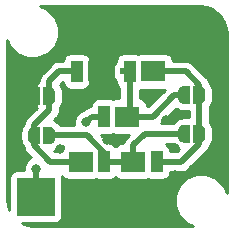
<source format=gbr>
G04 #@! TF.GenerationSoftware,KiCad,Pcbnew,(5.0.2)-1*
G04 #@! TF.CreationDate,2019-07-09T12:36:21+05:30*
G04 #@! TF.ProjectId,H-B-LED,482d422d-4c45-4442-9e6b-696361645f70,rev?*
G04 #@! TF.SameCoordinates,Original*
G04 #@! TF.FileFunction,Copper,L1,Top*
G04 #@! TF.FilePolarity,Positive*
%FSLAX46Y46*%
G04 Gerber Fmt 4.6, Leading zero omitted, Abs format (unit mm)*
G04 Created by KiCad (PCBNEW (5.0.2)-1) date 07/09/19 12:36:21*
%MOMM*%
%LPD*%
G01*
G04 APERTURE LIST*
G04 #@! TA.AperFunction,SMDPad,CuDef*
%ADD10R,3.200000X3.200000*%
G04 #@! TD*
G04 #@! TA.AperFunction,SMDPad,CuDef*
%ADD11C,0.500000*%
G04 #@! TD*
G04 #@! TA.AperFunction,Conductor*
%ADD12C,0.100000*%
G04 #@! TD*
G04 #@! TA.AperFunction,SMDPad,CuDef*
%ADD13R,2.060000X1.800000*%
G04 #@! TD*
G04 #@! TA.AperFunction,SMDPad,CuDef*
%ADD14C,0.990000*%
G04 #@! TD*
G04 #@! TA.AperFunction,SMDPad,CuDef*
%ADD15R,0.300000X0.500000*%
G04 #@! TD*
G04 #@! TA.AperFunction,ViaPad*
%ADD16C,0.800000*%
G04 #@! TD*
G04 #@! TA.AperFunction,Conductor*
%ADD17C,0.500000*%
G04 #@! TD*
G04 #@! TA.AperFunction,Conductor*
%ADD18C,0.250000*%
G04 #@! TD*
G04 #@! TA.AperFunction,Conductor*
%ADD19C,0.254000*%
G04 #@! TD*
G04 APERTURE END LIST*
D10*
G04 #@! TO.P,H3,1*
G04 #@! TO.N,/VCC*
X16150000Y-30820000D03*
G04 #@! TD*
D11*
G04 #@! TO.P,JP4,2*
G04 #@! TO.N,/C4A5*
X17290000Y-22300000D03*
D12*
G04 #@! TD*
G04 #@! TO.N,/C4A5*
G04 #@! TO.C,JP4*
G36*
X17290000Y-21550602D02*
X17314534Y-21550602D01*
X17363365Y-21555412D01*
X17411490Y-21564984D01*
X17458445Y-21579228D01*
X17503778Y-21598005D01*
X17547051Y-21621136D01*
X17587850Y-21648396D01*
X17625779Y-21679524D01*
X17660476Y-21714221D01*
X17691604Y-21752150D01*
X17718864Y-21792949D01*
X17741995Y-21836222D01*
X17760772Y-21881555D01*
X17775016Y-21928510D01*
X17784588Y-21976635D01*
X17789398Y-22025466D01*
X17789398Y-22050000D01*
X17790000Y-22050000D01*
X17790000Y-22550000D01*
X17789398Y-22550000D01*
X17789398Y-22574534D01*
X17784588Y-22623365D01*
X17775016Y-22671490D01*
X17760772Y-22718445D01*
X17741995Y-22763778D01*
X17718864Y-22807051D01*
X17691604Y-22847850D01*
X17660476Y-22885779D01*
X17625779Y-22920476D01*
X17587850Y-22951604D01*
X17547051Y-22978864D01*
X17503778Y-23001995D01*
X17458445Y-23020772D01*
X17411490Y-23035016D01*
X17363365Y-23044588D01*
X17314534Y-23049398D01*
X17290000Y-23049398D01*
X17290000Y-23050000D01*
X16790000Y-23050000D01*
X16790000Y-21550000D01*
X17290000Y-21550000D01*
X17290000Y-21550602D01*
X17290000Y-21550602D01*
G37*
D11*
G04 #@! TO.P,JP4,1*
G04 #@! TO.N,/GND*
X15990000Y-22300000D03*
D12*
G04 #@! TD*
G04 #@! TO.N,/GND*
G04 #@! TO.C,JP4*
G36*
X16490000Y-23050000D02*
X15990000Y-23050000D01*
X15990000Y-23049398D01*
X15965466Y-23049398D01*
X15916635Y-23044588D01*
X15868510Y-23035016D01*
X15821555Y-23020772D01*
X15776222Y-23001995D01*
X15732949Y-22978864D01*
X15692150Y-22951604D01*
X15654221Y-22920476D01*
X15619524Y-22885779D01*
X15588396Y-22847850D01*
X15561136Y-22807051D01*
X15538005Y-22763778D01*
X15519228Y-22718445D01*
X15504984Y-22671490D01*
X15495412Y-22623365D01*
X15490602Y-22574534D01*
X15490602Y-22550000D01*
X15490000Y-22550000D01*
X15490000Y-22050000D01*
X15490602Y-22050000D01*
X15490602Y-22025466D01*
X15495412Y-21976635D01*
X15504984Y-21928510D01*
X15519228Y-21881555D01*
X15538005Y-21836222D01*
X15561136Y-21792949D01*
X15588396Y-21752150D01*
X15619524Y-21714221D01*
X15654221Y-21679524D01*
X15692150Y-21648396D01*
X15732949Y-21621136D01*
X15776222Y-21598005D01*
X15821555Y-21579228D01*
X15868510Y-21564984D01*
X15916635Y-21555412D01*
X15965466Y-21550602D01*
X15990000Y-21550602D01*
X15990000Y-21550000D01*
X16490000Y-21550000D01*
X16490000Y-23050000D01*
X16490000Y-23050000D01*
G37*
D11*
G04 #@! TO.P,JP3,1*
G04 #@! TO.N,/C4A5*
X15990000Y-25630000D03*
D12*
G04 #@! TD*
G04 #@! TO.N,/C4A5*
G04 #@! TO.C,JP3*
G36*
X16490000Y-26380000D02*
X15990000Y-26380000D01*
X15990000Y-26379398D01*
X15965466Y-26379398D01*
X15916635Y-26374588D01*
X15868510Y-26365016D01*
X15821555Y-26350772D01*
X15776222Y-26331995D01*
X15732949Y-26308864D01*
X15692150Y-26281604D01*
X15654221Y-26250476D01*
X15619524Y-26215779D01*
X15588396Y-26177850D01*
X15561136Y-26137051D01*
X15538005Y-26093778D01*
X15519228Y-26048445D01*
X15504984Y-26001490D01*
X15495412Y-25953365D01*
X15490602Y-25904534D01*
X15490602Y-25880000D01*
X15490000Y-25880000D01*
X15490000Y-25380000D01*
X15490602Y-25380000D01*
X15490602Y-25355466D01*
X15495412Y-25306635D01*
X15504984Y-25258510D01*
X15519228Y-25211555D01*
X15538005Y-25166222D01*
X15561136Y-25122949D01*
X15588396Y-25082150D01*
X15619524Y-25044221D01*
X15654221Y-25009524D01*
X15692150Y-24978396D01*
X15732949Y-24951136D01*
X15776222Y-24928005D01*
X15821555Y-24909228D01*
X15868510Y-24894984D01*
X15916635Y-24885412D01*
X15965466Y-24880602D01*
X15990000Y-24880602D01*
X15990000Y-24880000D01*
X16490000Y-24880000D01*
X16490000Y-26380000D01*
X16490000Y-26380000D01*
G37*
D11*
G04 #@! TO.P,JP3,2*
G04 #@! TO.N,/C3A4*
X17290000Y-25630000D03*
D12*
G04 #@! TD*
G04 #@! TO.N,/C3A4*
G04 #@! TO.C,JP3*
G36*
X17290000Y-24880602D02*
X17314534Y-24880602D01*
X17363365Y-24885412D01*
X17411490Y-24894984D01*
X17458445Y-24909228D01*
X17503778Y-24928005D01*
X17547051Y-24951136D01*
X17587850Y-24978396D01*
X17625779Y-25009524D01*
X17660476Y-25044221D01*
X17691604Y-25082150D01*
X17718864Y-25122949D01*
X17741995Y-25166222D01*
X17760772Y-25211555D01*
X17775016Y-25258510D01*
X17784588Y-25306635D01*
X17789398Y-25355466D01*
X17789398Y-25380000D01*
X17790000Y-25380000D01*
X17790000Y-25880000D01*
X17789398Y-25880000D01*
X17789398Y-25904534D01*
X17784588Y-25953365D01*
X17775016Y-26001490D01*
X17760772Y-26048445D01*
X17741995Y-26093778D01*
X17718864Y-26137051D01*
X17691604Y-26177850D01*
X17660476Y-26215779D01*
X17625779Y-26250476D01*
X17587850Y-26281604D01*
X17547051Y-26308864D01*
X17503778Y-26331995D01*
X17458445Y-26350772D01*
X17411490Y-26365016D01*
X17363365Y-26374588D01*
X17314534Y-26379398D01*
X17290000Y-26379398D01*
X17290000Y-26380000D01*
X16790000Y-26380000D01*
X16790000Y-24880000D01*
X17290000Y-24880000D01*
X17290000Y-24880602D01*
X17290000Y-24880602D01*
G37*
D11*
G04 #@! TO.P,JP2,2*
G04 #@! TO.N,/C2A3*
X29990000Y-25480000D03*
D12*
G04 #@! TD*
G04 #@! TO.N,/C2A3*
G04 #@! TO.C,JP2*
G36*
X29990000Y-24730602D02*
X30014534Y-24730602D01*
X30063365Y-24735412D01*
X30111490Y-24744984D01*
X30158445Y-24759228D01*
X30203778Y-24778005D01*
X30247051Y-24801136D01*
X30287850Y-24828396D01*
X30325779Y-24859524D01*
X30360476Y-24894221D01*
X30391604Y-24932150D01*
X30418864Y-24972949D01*
X30441995Y-25016222D01*
X30460772Y-25061555D01*
X30475016Y-25108510D01*
X30484588Y-25156635D01*
X30489398Y-25205466D01*
X30489398Y-25230000D01*
X30490000Y-25230000D01*
X30490000Y-25730000D01*
X30489398Y-25730000D01*
X30489398Y-25754534D01*
X30484588Y-25803365D01*
X30475016Y-25851490D01*
X30460772Y-25898445D01*
X30441995Y-25943778D01*
X30418864Y-25987051D01*
X30391604Y-26027850D01*
X30360476Y-26065779D01*
X30325779Y-26100476D01*
X30287850Y-26131604D01*
X30247051Y-26158864D01*
X30203778Y-26181995D01*
X30158445Y-26200772D01*
X30111490Y-26215016D01*
X30063365Y-26224588D01*
X30014534Y-26229398D01*
X29990000Y-26229398D01*
X29990000Y-26230000D01*
X29490000Y-26230000D01*
X29490000Y-24730000D01*
X29990000Y-24730000D01*
X29990000Y-24730602D01*
X29990000Y-24730602D01*
G37*
D11*
G04 #@! TO.P,JP2,1*
G04 #@! TO.N,/C3A4*
X28690000Y-25480000D03*
D12*
G04 #@! TD*
G04 #@! TO.N,/C3A4*
G04 #@! TO.C,JP2*
G36*
X29190000Y-26230000D02*
X28690000Y-26230000D01*
X28690000Y-26229398D01*
X28665466Y-26229398D01*
X28616635Y-26224588D01*
X28568510Y-26215016D01*
X28521555Y-26200772D01*
X28476222Y-26181995D01*
X28432949Y-26158864D01*
X28392150Y-26131604D01*
X28354221Y-26100476D01*
X28319524Y-26065779D01*
X28288396Y-26027850D01*
X28261136Y-25987051D01*
X28238005Y-25943778D01*
X28219228Y-25898445D01*
X28204984Y-25851490D01*
X28195412Y-25803365D01*
X28190602Y-25754534D01*
X28190602Y-25730000D01*
X28190000Y-25730000D01*
X28190000Y-25230000D01*
X28190602Y-25230000D01*
X28190602Y-25205466D01*
X28195412Y-25156635D01*
X28204984Y-25108510D01*
X28219228Y-25061555D01*
X28238005Y-25016222D01*
X28261136Y-24972949D01*
X28288396Y-24932150D01*
X28319524Y-24894221D01*
X28354221Y-24859524D01*
X28392150Y-24828396D01*
X28432949Y-24801136D01*
X28476222Y-24778005D01*
X28521555Y-24759228D01*
X28568510Y-24744984D01*
X28616635Y-24735412D01*
X28665466Y-24730602D01*
X28690000Y-24730602D01*
X28690000Y-24730000D01*
X29190000Y-24730000D01*
X29190000Y-26230000D01*
X29190000Y-26230000D01*
G37*
D11*
G04 #@! TO.P,JP1,1*
G04 #@! TO.N,/C2A3*
X29990000Y-22200000D03*
D12*
G04 #@! TD*
G04 #@! TO.N,/C2A3*
G04 #@! TO.C,JP1*
G36*
X29490000Y-21450000D02*
X29990000Y-21450000D01*
X29990000Y-21450602D01*
X30014534Y-21450602D01*
X30063365Y-21455412D01*
X30111490Y-21464984D01*
X30158445Y-21479228D01*
X30203778Y-21498005D01*
X30247051Y-21521136D01*
X30287850Y-21548396D01*
X30325779Y-21579524D01*
X30360476Y-21614221D01*
X30391604Y-21652150D01*
X30418864Y-21692949D01*
X30441995Y-21736222D01*
X30460772Y-21781555D01*
X30475016Y-21828510D01*
X30484588Y-21876635D01*
X30489398Y-21925466D01*
X30489398Y-21950000D01*
X30490000Y-21950000D01*
X30490000Y-22450000D01*
X30489398Y-22450000D01*
X30489398Y-22474534D01*
X30484588Y-22523365D01*
X30475016Y-22571490D01*
X30460772Y-22618445D01*
X30441995Y-22663778D01*
X30418864Y-22707051D01*
X30391604Y-22747850D01*
X30360476Y-22785779D01*
X30325779Y-22820476D01*
X30287850Y-22851604D01*
X30247051Y-22878864D01*
X30203778Y-22901995D01*
X30158445Y-22920772D01*
X30111490Y-22935016D01*
X30063365Y-22944588D01*
X30014534Y-22949398D01*
X29990000Y-22949398D01*
X29990000Y-22950000D01*
X29490000Y-22950000D01*
X29490000Y-21450000D01*
X29490000Y-21450000D01*
G37*
D11*
G04 #@! TO.P,JP1,2*
G04 #@! TO.N,/C1A2*
X28690000Y-22200000D03*
D12*
G04 #@! TD*
G04 #@! TO.N,/C1A2*
G04 #@! TO.C,JP1*
G36*
X28690000Y-22949398D02*
X28665466Y-22949398D01*
X28616635Y-22944588D01*
X28568510Y-22935016D01*
X28521555Y-22920772D01*
X28476222Y-22901995D01*
X28432949Y-22878864D01*
X28392150Y-22851604D01*
X28354221Y-22820476D01*
X28319524Y-22785779D01*
X28288396Y-22747850D01*
X28261136Y-22707051D01*
X28238005Y-22663778D01*
X28219228Y-22618445D01*
X28204984Y-22571490D01*
X28195412Y-22523365D01*
X28190602Y-22474534D01*
X28190602Y-22450000D01*
X28190000Y-22450000D01*
X28190000Y-21950000D01*
X28190602Y-21950000D01*
X28190602Y-21925466D01*
X28195412Y-21876635D01*
X28204984Y-21828510D01*
X28219228Y-21781555D01*
X28238005Y-21736222D01*
X28261136Y-21692949D01*
X28288396Y-21652150D01*
X28319524Y-21614221D01*
X28354221Y-21579524D01*
X28392150Y-21548396D01*
X28432949Y-21521136D01*
X28476222Y-21498005D01*
X28521555Y-21479228D01*
X28568510Y-21464984D01*
X28616635Y-21455412D01*
X28665466Y-21450602D01*
X28690000Y-21450602D01*
X28690000Y-21450000D01*
X29190000Y-21450000D01*
X29190000Y-22950000D01*
X28690000Y-22950000D01*
X28690000Y-22949398D01*
X28690000Y-22949398D01*
G37*
D13*
G04 #@! TO.P,D5,1*
G04 #@! TO.N,/GND*
X21580000Y-20200000D03*
D14*
G04 #@! TO.P,D5,2*
G04 #@! TO.N,/C4A5*
X19605000Y-20200000D03*
D12*
G04 #@! TD*
G04 #@! TO.N,/C4A5*
G04 #@! TO.C,D5*
G36*
X19110000Y-19300000D02*
X20100000Y-19300000D01*
X20100000Y-21100000D01*
X19110000Y-21100000D01*
X19110000Y-19300000D01*
X19110000Y-19300000D01*
G37*
D15*
G04 #@! TO.P,D5,2*
G04 #@! TO.N,/C4A5*
X18960000Y-20200000D03*
G04 #@! TD*
G04 #@! TO.P,D4,2*
G04 #@! TO.N,/C3A4*
X22570000Y-27850000D03*
D14*
X21925000Y-27850000D03*
D12*
G04 #@! TD*
G04 #@! TO.N,/C3A4*
G04 #@! TO.C,D4*
G36*
X22420000Y-28750000D02*
X21430000Y-28750000D01*
X21430000Y-26950000D01*
X22420000Y-26950000D01*
X22420000Y-28750000D01*
X22420000Y-28750000D01*
G37*
D13*
G04 #@! TO.P,D4,1*
G04 #@! TO.N,/C4A5*
X19950000Y-27850000D03*
G04 #@! TD*
G04 #@! TO.P,D3,1*
G04 #@! TO.N,/C3A4*
X24400000Y-27850000D03*
D14*
G04 #@! TO.P,D3,2*
G04 #@! TO.N,/C2A3*
X26375000Y-27850000D03*
D12*
G04 #@! TD*
G04 #@! TO.N,/C2A3*
G04 #@! TO.C,D3*
G36*
X26870000Y-28750000D02*
X25880000Y-28750000D01*
X25880000Y-26950000D01*
X26870000Y-26950000D01*
X26870000Y-28750000D01*
X26870000Y-28750000D01*
G37*
D15*
G04 #@! TO.P,D3,2*
G04 #@! TO.N,/C2A3*
X27020000Y-27850000D03*
G04 #@! TD*
G04 #@! TO.P,D2,2*
G04 #@! TO.N,/C1A2*
X23450000Y-20210000D03*
D14*
X24095000Y-20210000D03*
D12*
G04 #@! TD*
G04 #@! TO.N,/C1A2*
G04 #@! TO.C,D2*
G36*
X23600000Y-19310000D02*
X24590000Y-19310000D01*
X24590000Y-21110000D01*
X23600000Y-21110000D01*
X23600000Y-19310000D01*
X23600000Y-19310000D01*
G37*
D13*
G04 #@! TO.P,D2,1*
G04 #@! TO.N,/C2A3*
X26070000Y-20210000D03*
G04 #@! TD*
G04 #@! TO.P,D1,1*
G04 #@! TO.N,/C1A2*
X23900000Y-24030000D03*
D14*
G04 #@! TO.P,D1,2*
G04 #@! TO.N,/VCC*
X21925000Y-24030000D03*
D12*
G04 #@! TD*
G04 #@! TO.N,/VCC*
G04 #@! TO.C,D1*
G36*
X21430000Y-23130000D02*
X22420000Y-23130000D01*
X22420000Y-24930000D01*
X21430000Y-24930000D01*
X21430000Y-23130000D01*
X21430000Y-23130000D01*
G37*
D15*
G04 #@! TO.P,D1,2*
G04 #@! TO.N,/VCC*
X21280000Y-24030000D03*
G04 #@! TD*
D10*
G04 #@! TO.P,H3,1*
G04 #@! TO.N,/GND*
X29590000Y-17220000D03*
G04 #@! TD*
D16*
G04 #@! TO.N,/VCC*
X16150000Y-28430000D03*
X20400000Y-24500000D03*
G04 #@! TO.N,/GND*
X19200000Y-30000000D03*
X20700000Y-30000000D03*
X22300000Y-30000000D03*
X23400000Y-30000000D03*
X25200000Y-30000000D03*
X27000000Y-30000000D03*
X27900000Y-29000000D03*
X27900000Y-26700000D03*
X19100000Y-18000000D03*
X23500000Y-18000000D03*
X22400000Y-18000000D03*
X20710000Y-18000000D03*
X19230000Y-22320000D03*
X20470000Y-23020000D03*
X26900000Y-18000000D03*
X25240000Y-17990000D03*
X28000000Y-19000000D03*
X25680000Y-22380000D03*
X22790000Y-22100000D03*
X18100000Y-19000000D03*
X23400000Y-26000000D03*
X21310000Y-22100000D03*
X22200000Y-26000000D03*
X27200000Y-24300000D03*
X18170000Y-26810000D03*
G04 #@! TD*
D17*
G04 #@! TO.N,/C1A2*
X24095000Y-23835000D02*
X23900000Y-24030000D01*
X24095000Y-20210000D02*
X24095000Y-23835000D01*
X28690000Y-22200000D02*
X27880000Y-22200000D01*
X26050000Y-24030000D02*
X23900000Y-24030000D01*
X27880000Y-22200000D02*
X26050000Y-24030000D01*
D18*
X24095000Y-20210000D02*
X23450000Y-20210000D01*
D17*
G04 #@! TO.N,/C2A3*
X29990000Y-21352408D02*
X29990000Y-22200000D01*
X28847592Y-20210000D02*
X29990000Y-21352408D01*
X26070000Y-20210000D02*
X28847592Y-20210000D01*
X29990000Y-22200000D02*
X29990000Y-25480000D01*
X29990000Y-26327592D02*
X29990000Y-25480000D01*
X28467592Y-27850000D02*
X29990000Y-26327592D01*
X26375000Y-27850000D02*
X28467592Y-27850000D01*
G04 #@! TO.N,/C3A4*
X24400000Y-27850000D02*
X21925000Y-27850000D01*
X17890000Y-25630000D02*
X17290000Y-25630000D01*
X20470002Y-25630000D02*
X17890000Y-25630000D01*
X21925000Y-27084998D02*
X20470002Y-25630000D01*
X21925000Y-27850000D02*
X21925000Y-27084998D01*
X24400000Y-26450000D02*
X24400000Y-27850000D01*
X25370000Y-25480000D02*
X24400000Y-26450000D01*
X28690000Y-25480000D02*
X25370000Y-25480000D01*
G04 #@! TO.N,/C4A5*
X15990000Y-26477592D02*
X15990000Y-25630000D01*
X17362408Y-27850000D02*
X15990000Y-26477592D01*
X19950000Y-27850000D02*
X17362408Y-27850000D01*
X17290000Y-23482408D02*
X17290000Y-22300000D01*
X15990000Y-25630000D02*
X15990000Y-24782408D01*
X15990000Y-24782408D02*
X17290000Y-23482408D01*
X19605000Y-20200000D02*
X18090000Y-20200000D01*
X17290000Y-21000000D02*
X17290000Y-22300000D01*
X18090000Y-20200000D02*
X17290000Y-21000000D01*
G04 #@! TO.N,/VCC*
X20870000Y-24030000D02*
X21925000Y-24030000D01*
X20400000Y-24500000D02*
X20870000Y-24030000D01*
X16150000Y-28430000D02*
X16150000Y-30820000D01*
G04 #@! TO.N,/GND*
X27490000Y-17220000D02*
X29590000Y-17220000D01*
X15990000Y-22300000D02*
X15990000Y-19734002D01*
G04 #@! TD*
D19*
G04 #@! TO.N,/GND*
G36*
X30602701Y-14773418D02*
X31078440Y-14946103D01*
X31501689Y-15223597D01*
X31849751Y-15591021D01*
X32103952Y-16028659D01*
X32253472Y-16522337D01*
X32290001Y-16931630D01*
X32290000Y-30476081D01*
X32044741Y-29883974D01*
X31416026Y-29255259D01*
X30594569Y-28915000D01*
X29705431Y-28915000D01*
X28883974Y-29255259D01*
X28255259Y-29883974D01*
X27915000Y-30705431D01*
X27915000Y-31594569D01*
X28255259Y-32416026D01*
X28883974Y-33044741D01*
X29476081Y-33290000D01*
X15941248Y-33290000D01*
X15397297Y-33226582D01*
X14958870Y-33067440D01*
X17750000Y-33067440D01*
X17997765Y-33018157D01*
X18207809Y-32877809D01*
X18348157Y-32667765D01*
X18397440Y-32420000D01*
X18397440Y-29220000D01*
X18366541Y-29064660D01*
X18462191Y-29207809D01*
X18672235Y-29348157D01*
X18920000Y-29397440D01*
X20980000Y-29397440D01*
X21205000Y-29352685D01*
X21430000Y-29397440D01*
X22420000Y-29397440D01*
X22667765Y-29348157D01*
X22877809Y-29207809D01*
X22895000Y-29182081D01*
X22912191Y-29207809D01*
X23122235Y-29348157D01*
X23370000Y-29397440D01*
X25430000Y-29397440D01*
X25655000Y-29352685D01*
X25880000Y-29397440D01*
X26870000Y-29397440D01*
X27117765Y-29348157D01*
X27327809Y-29207809D01*
X27468157Y-28997765D01*
X27517440Y-28750000D01*
X27517440Y-28735000D01*
X28380431Y-28735000D01*
X28467592Y-28752337D01*
X28554753Y-28735000D01*
X28554757Y-28735000D01*
X28812902Y-28683652D01*
X29105641Y-28488049D01*
X29155017Y-28414153D01*
X30554156Y-27015015D01*
X30628049Y-26965641D01*
X30686984Y-26877440D01*
X30723425Y-26822901D01*
X30823652Y-26672902D01*
X30864321Y-26468442D01*
X30914831Y-26406896D01*
X30969287Y-26325397D01*
X31029119Y-26213460D01*
X31066628Y-26122904D01*
X31103470Y-26001451D01*
X31122592Y-25905318D01*
X31135032Y-25779009D01*
X31135032Y-25742106D01*
X31137440Y-25730000D01*
X31137440Y-25230000D01*
X31135032Y-25217894D01*
X31135032Y-25180991D01*
X31122592Y-25054682D01*
X31103470Y-24958549D01*
X31066628Y-24837096D01*
X31029119Y-24746540D01*
X30969287Y-24634603D01*
X30914831Y-24553104D01*
X30875000Y-24504570D01*
X30875000Y-23175430D01*
X30914831Y-23126896D01*
X30969287Y-23045397D01*
X31029119Y-22933460D01*
X31066628Y-22842904D01*
X31103470Y-22721451D01*
X31122592Y-22625318D01*
X31135032Y-22499009D01*
X31135032Y-22462106D01*
X31137440Y-22450000D01*
X31137440Y-21950000D01*
X31135032Y-21937894D01*
X31135032Y-21900991D01*
X31122592Y-21774682D01*
X31103470Y-21678549D01*
X31066628Y-21557096D01*
X31029119Y-21466540D01*
X30969287Y-21354603D01*
X30914831Y-21273104D01*
X30864321Y-21211558D01*
X30823652Y-21007098D01*
X30734299Y-20873372D01*
X30677424Y-20788253D01*
X30677423Y-20788252D01*
X30628049Y-20714359D01*
X30554156Y-20664985D01*
X29535017Y-19645847D01*
X29485641Y-19571951D01*
X29192902Y-19376348D01*
X28934757Y-19325000D01*
X28934753Y-19325000D01*
X28847592Y-19307663D01*
X28760431Y-19325000D01*
X27747440Y-19325000D01*
X27747440Y-19310000D01*
X27698157Y-19062235D01*
X27557809Y-18852191D01*
X27347765Y-18711843D01*
X27100000Y-18662560D01*
X25040000Y-18662560D01*
X24815000Y-18707315D01*
X24590000Y-18662560D01*
X23600000Y-18662560D01*
X23352235Y-18711843D01*
X23142191Y-18852191D01*
X23001843Y-19062235D01*
X22952560Y-19310000D01*
X22952560Y-19428444D01*
X22842191Y-19502191D01*
X22701843Y-19712235D01*
X22652560Y-19960000D01*
X22652560Y-20460000D01*
X22701843Y-20707765D01*
X22842191Y-20917809D01*
X22952560Y-20991556D01*
X22952560Y-21110000D01*
X23001843Y-21357765D01*
X23142191Y-21567809D01*
X23210000Y-21613118D01*
X23210001Y-22482560D01*
X22870000Y-22482560D01*
X22645000Y-22527315D01*
X22420000Y-22482560D01*
X21430000Y-22482560D01*
X21182235Y-22531843D01*
X20972191Y-22672191D01*
X20831843Y-22882235D01*
X20782560Y-23130000D01*
X20782560Y-23145055D01*
X20524690Y-23196348D01*
X20231951Y-23391951D01*
X20182576Y-23465846D01*
X20175853Y-23472569D01*
X19813720Y-23622569D01*
X19522569Y-23913720D01*
X19365000Y-24294126D01*
X19365000Y-24705874D01*
X19381206Y-24745000D01*
X18242825Y-24745000D01*
X18214831Y-24703104D01*
X18134314Y-24604994D01*
X18065006Y-24535686D01*
X17966896Y-24455169D01*
X17885397Y-24400713D01*
X17773460Y-24340881D01*
X17709570Y-24314417D01*
X17854156Y-24169831D01*
X17928049Y-24120457D01*
X18123652Y-23827718D01*
X18175000Y-23569573D01*
X18175000Y-23569569D01*
X18192337Y-23482408D01*
X18175000Y-23395247D01*
X18175000Y-23275430D01*
X18214831Y-23226896D01*
X18269287Y-23145397D01*
X18329119Y-23033460D01*
X18366628Y-22942904D01*
X18403470Y-22821451D01*
X18422592Y-22725318D01*
X18435032Y-22599009D01*
X18435032Y-22562106D01*
X18437440Y-22550000D01*
X18437440Y-22050000D01*
X18435032Y-22037894D01*
X18435032Y-22000991D01*
X18422592Y-21874682D01*
X18403470Y-21778549D01*
X18366628Y-21657096D01*
X18329119Y-21566540D01*
X18269287Y-21454603D01*
X18214831Y-21373104D01*
X18193936Y-21347643D01*
X18456579Y-21085000D01*
X18462560Y-21085000D01*
X18462560Y-21100000D01*
X18511843Y-21347765D01*
X18652191Y-21557809D01*
X18862235Y-21698157D01*
X19110000Y-21747440D01*
X20100000Y-21747440D01*
X20347765Y-21698157D01*
X20557809Y-21557809D01*
X20698157Y-21347765D01*
X20747440Y-21100000D01*
X20747440Y-19300000D01*
X20698157Y-19052235D01*
X20557809Y-18842191D01*
X20347765Y-18701843D01*
X20100000Y-18652560D01*
X19110000Y-18652560D01*
X18862235Y-18701843D01*
X18652191Y-18842191D01*
X18511843Y-19052235D01*
X18462560Y-19300000D01*
X18462560Y-19315000D01*
X18177161Y-19315000D01*
X18090000Y-19297663D01*
X18002839Y-19315000D01*
X18002835Y-19315000D01*
X17744690Y-19366348D01*
X17525845Y-19512576D01*
X17525844Y-19512577D01*
X17451951Y-19561951D01*
X17402577Y-19635844D01*
X16725847Y-20312575D01*
X16651951Y-20361951D01*
X16456348Y-20654691D01*
X16405000Y-20912836D01*
X16405000Y-20912839D01*
X16387663Y-21000000D01*
X16397342Y-21048658D01*
X16332191Y-21092191D01*
X16191843Y-21302235D01*
X16142560Y-21550000D01*
X16142560Y-23050000D01*
X16191843Y-23297765D01*
X16204349Y-23316481D01*
X15425845Y-24094985D01*
X15351952Y-24144359D01*
X15302578Y-24218252D01*
X15302576Y-24218254D01*
X15156348Y-24437099D01*
X15138314Y-24527765D01*
X15115679Y-24641558D01*
X15065169Y-24703104D01*
X15010713Y-24784603D01*
X14950881Y-24896540D01*
X14913372Y-24987096D01*
X14876530Y-25108549D01*
X14857408Y-25204682D01*
X14844968Y-25330991D01*
X14844968Y-25367894D01*
X14842560Y-25380000D01*
X14842560Y-25880000D01*
X14844968Y-25892106D01*
X14844968Y-25929009D01*
X14857408Y-26055318D01*
X14876530Y-26151451D01*
X14913372Y-26272904D01*
X14950881Y-26363460D01*
X15010713Y-26475397D01*
X15065169Y-26556896D01*
X15115679Y-26618442D01*
X15156348Y-26822901D01*
X15351951Y-27115641D01*
X15425847Y-27165017D01*
X15740270Y-27479440D01*
X15563720Y-27552569D01*
X15272569Y-27843720D01*
X15115000Y-28224126D01*
X15115000Y-28572560D01*
X14550000Y-28572560D01*
X14302235Y-28621843D01*
X14092191Y-28762191D01*
X13951843Y-28972235D01*
X13902560Y-29220000D01*
X13902560Y-31982552D01*
X13896049Y-31971343D01*
X13746528Y-31477663D01*
X13710000Y-31068381D01*
X13710000Y-17548061D01*
X13945259Y-18116026D01*
X14573974Y-18744741D01*
X15395431Y-19085000D01*
X16284569Y-19085000D01*
X17106026Y-18744741D01*
X17734741Y-18116026D01*
X18075000Y-17294569D01*
X18075000Y-16405431D01*
X17734741Y-15583974D01*
X17106026Y-14955259D01*
X16513919Y-14710000D01*
X30058752Y-14710000D01*
X30602701Y-14773418D01*
X30602701Y-14773418D01*
G37*
X30602701Y-14773418D02*
X31078440Y-14946103D01*
X31501689Y-15223597D01*
X31849751Y-15591021D01*
X32103952Y-16028659D01*
X32253472Y-16522337D01*
X32290001Y-16931630D01*
X32290000Y-30476081D01*
X32044741Y-29883974D01*
X31416026Y-29255259D01*
X30594569Y-28915000D01*
X29705431Y-28915000D01*
X28883974Y-29255259D01*
X28255259Y-29883974D01*
X27915000Y-30705431D01*
X27915000Y-31594569D01*
X28255259Y-32416026D01*
X28883974Y-33044741D01*
X29476081Y-33290000D01*
X15941248Y-33290000D01*
X15397297Y-33226582D01*
X14958870Y-33067440D01*
X17750000Y-33067440D01*
X17997765Y-33018157D01*
X18207809Y-32877809D01*
X18348157Y-32667765D01*
X18397440Y-32420000D01*
X18397440Y-29220000D01*
X18366541Y-29064660D01*
X18462191Y-29207809D01*
X18672235Y-29348157D01*
X18920000Y-29397440D01*
X20980000Y-29397440D01*
X21205000Y-29352685D01*
X21430000Y-29397440D01*
X22420000Y-29397440D01*
X22667765Y-29348157D01*
X22877809Y-29207809D01*
X22895000Y-29182081D01*
X22912191Y-29207809D01*
X23122235Y-29348157D01*
X23370000Y-29397440D01*
X25430000Y-29397440D01*
X25655000Y-29352685D01*
X25880000Y-29397440D01*
X26870000Y-29397440D01*
X27117765Y-29348157D01*
X27327809Y-29207809D01*
X27468157Y-28997765D01*
X27517440Y-28750000D01*
X27517440Y-28735000D01*
X28380431Y-28735000D01*
X28467592Y-28752337D01*
X28554753Y-28735000D01*
X28554757Y-28735000D01*
X28812902Y-28683652D01*
X29105641Y-28488049D01*
X29155017Y-28414153D01*
X30554156Y-27015015D01*
X30628049Y-26965641D01*
X30686984Y-26877440D01*
X30723425Y-26822901D01*
X30823652Y-26672902D01*
X30864321Y-26468442D01*
X30914831Y-26406896D01*
X30969287Y-26325397D01*
X31029119Y-26213460D01*
X31066628Y-26122904D01*
X31103470Y-26001451D01*
X31122592Y-25905318D01*
X31135032Y-25779009D01*
X31135032Y-25742106D01*
X31137440Y-25730000D01*
X31137440Y-25230000D01*
X31135032Y-25217894D01*
X31135032Y-25180991D01*
X31122592Y-25054682D01*
X31103470Y-24958549D01*
X31066628Y-24837096D01*
X31029119Y-24746540D01*
X30969287Y-24634603D01*
X30914831Y-24553104D01*
X30875000Y-24504570D01*
X30875000Y-23175430D01*
X30914831Y-23126896D01*
X30969287Y-23045397D01*
X31029119Y-22933460D01*
X31066628Y-22842904D01*
X31103470Y-22721451D01*
X31122592Y-22625318D01*
X31135032Y-22499009D01*
X31135032Y-22462106D01*
X31137440Y-22450000D01*
X31137440Y-21950000D01*
X31135032Y-21937894D01*
X31135032Y-21900991D01*
X31122592Y-21774682D01*
X31103470Y-21678549D01*
X31066628Y-21557096D01*
X31029119Y-21466540D01*
X30969287Y-21354603D01*
X30914831Y-21273104D01*
X30864321Y-21211558D01*
X30823652Y-21007098D01*
X30734299Y-20873372D01*
X30677424Y-20788253D01*
X30677423Y-20788252D01*
X30628049Y-20714359D01*
X30554156Y-20664985D01*
X29535017Y-19645847D01*
X29485641Y-19571951D01*
X29192902Y-19376348D01*
X28934757Y-19325000D01*
X28934753Y-19325000D01*
X28847592Y-19307663D01*
X28760431Y-19325000D01*
X27747440Y-19325000D01*
X27747440Y-19310000D01*
X27698157Y-19062235D01*
X27557809Y-18852191D01*
X27347765Y-18711843D01*
X27100000Y-18662560D01*
X25040000Y-18662560D01*
X24815000Y-18707315D01*
X24590000Y-18662560D01*
X23600000Y-18662560D01*
X23352235Y-18711843D01*
X23142191Y-18852191D01*
X23001843Y-19062235D01*
X22952560Y-19310000D01*
X22952560Y-19428444D01*
X22842191Y-19502191D01*
X22701843Y-19712235D01*
X22652560Y-19960000D01*
X22652560Y-20460000D01*
X22701843Y-20707765D01*
X22842191Y-20917809D01*
X22952560Y-20991556D01*
X22952560Y-21110000D01*
X23001843Y-21357765D01*
X23142191Y-21567809D01*
X23210000Y-21613118D01*
X23210001Y-22482560D01*
X22870000Y-22482560D01*
X22645000Y-22527315D01*
X22420000Y-22482560D01*
X21430000Y-22482560D01*
X21182235Y-22531843D01*
X20972191Y-22672191D01*
X20831843Y-22882235D01*
X20782560Y-23130000D01*
X20782560Y-23145055D01*
X20524690Y-23196348D01*
X20231951Y-23391951D01*
X20182576Y-23465846D01*
X20175853Y-23472569D01*
X19813720Y-23622569D01*
X19522569Y-23913720D01*
X19365000Y-24294126D01*
X19365000Y-24705874D01*
X19381206Y-24745000D01*
X18242825Y-24745000D01*
X18214831Y-24703104D01*
X18134314Y-24604994D01*
X18065006Y-24535686D01*
X17966896Y-24455169D01*
X17885397Y-24400713D01*
X17773460Y-24340881D01*
X17709570Y-24314417D01*
X17854156Y-24169831D01*
X17928049Y-24120457D01*
X18123652Y-23827718D01*
X18175000Y-23569573D01*
X18175000Y-23569569D01*
X18192337Y-23482408D01*
X18175000Y-23395247D01*
X18175000Y-23275430D01*
X18214831Y-23226896D01*
X18269287Y-23145397D01*
X18329119Y-23033460D01*
X18366628Y-22942904D01*
X18403470Y-22821451D01*
X18422592Y-22725318D01*
X18435032Y-22599009D01*
X18435032Y-22562106D01*
X18437440Y-22550000D01*
X18437440Y-22050000D01*
X18435032Y-22037894D01*
X18435032Y-22000991D01*
X18422592Y-21874682D01*
X18403470Y-21778549D01*
X18366628Y-21657096D01*
X18329119Y-21566540D01*
X18269287Y-21454603D01*
X18214831Y-21373104D01*
X18193936Y-21347643D01*
X18456579Y-21085000D01*
X18462560Y-21085000D01*
X18462560Y-21100000D01*
X18511843Y-21347765D01*
X18652191Y-21557809D01*
X18862235Y-21698157D01*
X19110000Y-21747440D01*
X20100000Y-21747440D01*
X20347765Y-21698157D01*
X20557809Y-21557809D01*
X20698157Y-21347765D01*
X20747440Y-21100000D01*
X20747440Y-19300000D01*
X20698157Y-19052235D01*
X20557809Y-18842191D01*
X20347765Y-18701843D01*
X20100000Y-18652560D01*
X19110000Y-18652560D01*
X18862235Y-18701843D01*
X18652191Y-18842191D01*
X18511843Y-19052235D01*
X18462560Y-19300000D01*
X18462560Y-19315000D01*
X18177161Y-19315000D01*
X18090000Y-19297663D01*
X18002839Y-19315000D01*
X18002835Y-19315000D01*
X17744690Y-19366348D01*
X17525845Y-19512576D01*
X17525844Y-19512577D01*
X17451951Y-19561951D01*
X17402577Y-19635844D01*
X16725847Y-20312575D01*
X16651951Y-20361951D01*
X16456348Y-20654691D01*
X16405000Y-20912836D01*
X16405000Y-20912839D01*
X16387663Y-21000000D01*
X16397342Y-21048658D01*
X16332191Y-21092191D01*
X16191843Y-21302235D01*
X16142560Y-21550000D01*
X16142560Y-23050000D01*
X16191843Y-23297765D01*
X16204349Y-23316481D01*
X15425845Y-24094985D01*
X15351952Y-24144359D01*
X15302578Y-24218252D01*
X15302576Y-24218254D01*
X15156348Y-24437099D01*
X15138314Y-24527765D01*
X15115679Y-24641558D01*
X15065169Y-24703104D01*
X15010713Y-24784603D01*
X14950881Y-24896540D01*
X14913372Y-24987096D01*
X14876530Y-25108549D01*
X14857408Y-25204682D01*
X14844968Y-25330991D01*
X14844968Y-25367894D01*
X14842560Y-25380000D01*
X14842560Y-25880000D01*
X14844968Y-25892106D01*
X14844968Y-25929009D01*
X14857408Y-26055318D01*
X14876530Y-26151451D01*
X14913372Y-26272904D01*
X14950881Y-26363460D01*
X15010713Y-26475397D01*
X15065169Y-26556896D01*
X15115679Y-26618442D01*
X15156348Y-26822901D01*
X15351951Y-27115641D01*
X15425847Y-27165017D01*
X15740270Y-27479440D01*
X15563720Y-27552569D01*
X15272569Y-27843720D01*
X15115000Y-28224126D01*
X15115000Y-28572560D01*
X14550000Y-28572560D01*
X14302235Y-28621843D01*
X14092191Y-28762191D01*
X13951843Y-28972235D01*
X13902560Y-29220000D01*
X13902560Y-31982552D01*
X13896049Y-31971343D01*
X13746528Y-31477663D01*
X13710000Y-31068381D01*
X13710000Y-17548061D01*
X13945259Y-18116026D01*
X14573974Y-18744741D01*
X15395431Y-19085000D01*
X16284569Y-19085000D01*
X17106026Y-18744741D01*
X17734741Y-18116026D01*
X18075000Y-17294569D01*
X18075000Y-16405431D01*
X17734741Y-15583974D01*
X17106026Y-14955259D01*
X16513919Y-14710000D01*
X30058752Y-14710000D01*
X30602701Y-14773418D01*
G36*
X27765169Y-26406896D02*
X27845686Y-26505006D01*
X27914994Y-26574314D01*
X28013104Y-26654831D01*
X28094603Y-26709287D01*
X28206540Y-26769119D01*
X28270431Y-26795583D01*
X28101014Y-26965000D01*
X27517440Y-26965000D01*
X27517440Y-26950000D01*
X27468157Y-26702235D01*
X27327809Y-26492191D01*
X27137456Y-26365000D01*
X27737175Y-26365000D01*
X27765169Y-26406896D01*
X27765169Y-26406896D01*
G37*
X27765169Y-26406896D02*
X27845686Y-26505006D01*
X27914994Y-26574314D01*
X28013104Y-26654831D01*
X28094603Y-26709287D01*
X28206540Y-26769119D01*
X28270431Y-26795583D01*
X28101014Y-26965000D01*
X27517440Y-26965000D01*
X27517440Y-26950000D01*
X27468157Y-26702235D01*
X27327809Y-26492191D01*
X27137456Y-26365000D01*
X27737175Y-26365000D01*
X27765169Y-26406896D01*
G36*
X18321843Y-26702235D02*
X18272560Y-26950000D01*
X18272560Y-26965000D01*
X17728987Y-26965000D01*
X17709570Y-26945583D01*
X17773460Y-26919119D01*
X17885397Y-26859287D01*
X17966896Y-26804831D01*
X18065006Y-26724314D01*
X18134314Y-26655006D01*
X18214831Y-26556896D01*
X18242825Y-26515000D01*
X18446950Y-26515000D01*
X18321843Y-26702235D01*
X18321843Y-26702235D01*
G37*
X18321843Y-26702235D02*
X18272560Y-26950000D01*
X18272560Y-26965000D01*
X17728987Y-26965000D01*
X17709570Y-26945583D01*
X17773460Y-26919119D01*
X17885397Y-26859287D01*
X17966896Y-26804831D01*
X18065006Y-26724314D01*
X18134314Y-26655006D01*
X18214831Y-26556896D01*
X18242825Y-26515000D01*
X18446950Y-26515000D01*
X18321843Y-26702235D01*
G36*
X22870000Y-25577440D02*
X24020982Y-25577440D01*
X23835847Y-25762575D01*
X23761951Y-25811951D01*
X23566348Y-26104691D01*
X23526990Y-26302560D01*
X23370000Y-26302560D01*
X23122235Y-26351843D01*
X22912191Y-26492191D01*
X22895000Y-26517919D01*
X22877809Y-26492191D01*
X22667765Y-26351843D01*
X22420000Y-26302560D01*
X22394141Y-26302560D01*
X21669020Y-25577440D01*
X22420000Y-25577440D01*
X22645000Y-25532685D01*
X22870000Y-25577440D01*
X22870000Y-25577440D01*
G37*
X22870000Y-25577440D02*
X24020982Y-25577440D01*
X23835847Y-25762575D01*
X23761951Y-25811951D01*
X23566348Y-26104691D01*
X23526990Y-26302560D01*
X23370000Y-26302560D01*
X23122235Y-26351843D01*
X22912191Y-26492191D01*
X22895000Y-26517919D01*
X22877809Y-26492191D01*
X22667765Y-26351843D01*
X22420000Y-26302560D01*
X22394141Y-26302560D01*
X21669020Y-25577440D01*
X22420000Y-25577440D01*
X22645000Y-25532685D01*
X22870000Y-25577440D01*
G36*
X28013104Y-23374831D02*
X28094603Y-23429287D01*
X28206540Y-23489119D01*
X28297096Y-23526628D01*
X28418549Y-23563470D01*
X28514682Y-23582592D01*
X28640991Y-23595032D01*
X28677894Y-23595032D01*
X28690000Y-23597440D01*
X29105000Y-23597440D01*
X29105001Y-24082560D01*
X28690000Y-24082560D01*
X28677894Y-24084968D01*
X28640991Y-24084968D01*
X28514682Y-24097408D01*
X28418549Y-24116530D01*
X28297096Y-24153372D01*
X28206540Y-24190881D01*
X28094603Y-24250713D01*
X28013104Y-24305169D01*
X27914994Y-24385686D01*
X27845686Y-24454994D01*
X27765169Y-24553104D01*
X27737175Y-24595000D01*
X26736859Y-24595000D01*
X26737425Y-24594153D01*
X27982151Y-23349428D01*
X28013104Y-23374831D01*
X28013104Y-23374831D01*
G37*
X28013104Y-23374831D02*
X28094603Y-23429287D01*
X28206540Y-23489119D01*
X28297096Y-23526628D01*
X28418549Y-23563470D01*
X28514682Y-23582592D01*
X28640991Y-23595032D01*
X28677894Y-23595032D01*
X28690000Y-23597440D01*
X29105000Y-23597440D01*
X29105001Y-24082560D01*
X28690000Y-24082560D01*
X28677894Y-24084968D01*
X28640991Y-24084968D01*
X28514682Y-24097408D01*
X28418549Y-24116530D01*
X28297096Y-24153372D01*
X28206540Y-24190881D01*
X28094603Y-24250713D01*
X28013104Y-24305169D01*
X27914994Y-24385686D01*
X27845686Y-24454994D01*
X27765169Y-24553104D01*
X27737175Y-24595000D01*
X26736859Y-24595000D01*
X26737425Y-24594153D01*
X27982151Y-23349428D01*
X28013104Y-23374831D01*
G36*
X25040000Y-21757440D02*
X27070981Y-21757440D01*
X25683422Y-23145000D01*
X25577440Y-23145000D01*
X25577440Y-23130000D01*
X25528157Y-22882235D01*
X25387809Y-22672191D01*
X25177765Y-22531843D01*
X24980000Y-22492506D01*
X24980000Y-21745505D01*
X25040000Y-21757440D01*
X25040000Y-21757440D01*
G37*
X25040000Y-21757440D02*
X27070981Y-21757440D01*
X25683422Y-23145000D01*
X25577440Y-23145000D01*
X25577440Y-23130000D01*
X25528157Y-22882235D01*
X25387809Y-22672191D01*
X25177765Y-22531843D01*
X24980000Y-22492506D01*
X24980000Y-21745505D01*
X25040000Y-21757440D01*
G04 #@! TD*
M02*

</source>
